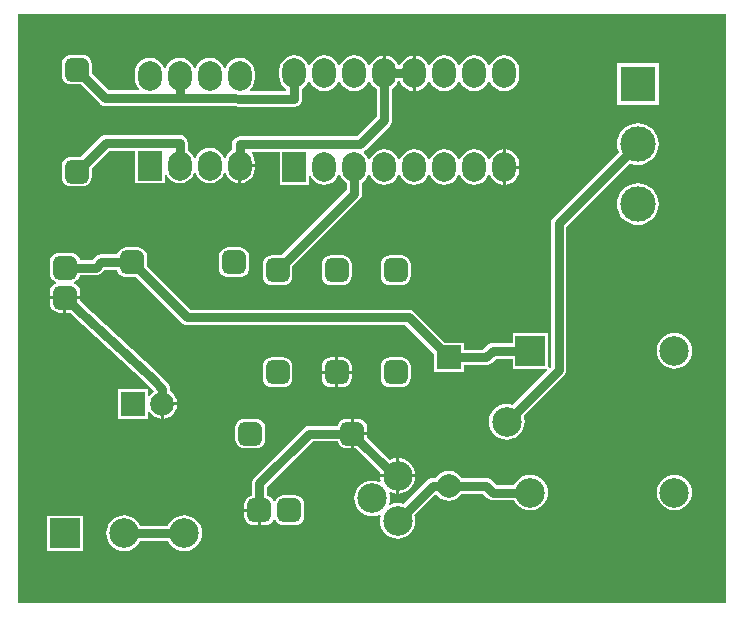
<source format=gbl>
G04*
G04 #@! TF.GenerationSoftware,Altium Limited,Altium Designer,20.1.11 (218)*
G04*
G04 Layer_Physical_Order=2*
G04 Layer_Color=16711680*
%FSLAX44Y44*%
%MOMM*%
G71*
G04*
G04 #@! TF.SameCoordinates,A3CC035F-AD98-4BC7-994B-CAE0B121EB55*
G04*
G04*
G04 #@! TF.FilePolarity,Positive*
G04*
G01*
G75*
%ADD10C,0.8000*%
%ADD11C,3.0000*%
%ADD12R,3.0000X3.0000*%
%ADD13R,2.5000X2.5000*%
%ADD14C,2.5000*%
%ADD15R,2.0000X2.5000*%
%ADD16O,2.0000X2.5000*%
%ADD17C,2.0000*%
%ADD18R,2.0000X2.0000*%
G04:AMPARAMS|DCode=19|XSize=2mm|YSize=2mm|CornerRadius=0.5mm|HoleSize=0mm|Usage=FLASHONLY|Rotation=0.000|XOffset=0mm|YOffset=0mm|HoleType=Round|Shape=RoundedRectangle|*
%AMROUNDEDRECTD19*
21,1,2.0000,1.0000,0,0,0.0*
21,1,1.0000,2.0000,0,0,0.0*
1,1,1.0000,0.5000,-0.5000*
1,1,1.0000,-0.5000,-0.5000*
1,1,1.0000,-0.5000,0.5000*
1,1,1.0000,0.5000,0.5000*
%
%ADD19ROUNDEDRECTD19*%
G04:AMPARAMS|DCode=20|XSize=2mm|YSize=2mm|CornerRadius=0.5mm|HoleSize=0mm|Usage=FLASHONLY|Rotation=90.000|XOffset=0mm|YOffset=0mm|HoleType=Round|Shape=RoundedRectangle|*
%AMROUNDEDRECTD20*
21,1,2.0000,1.0000,0,0,90.0*
21,1,1.0000,2.0000,0,0,90.0*
1,1,1.0000,0.5000,0.5000*
1,1,1.0000,0.5000,-0.5000*
1,1,1.0000,-0.5000,-0.5000*
1,1,1.0000,-0.5000,0.5000*
%
%ADD20ROUNDEDRECTD20*%
%ADD21R,2.5000X2.5000*%
%ADD22R,2.0000X2.0000*%
G36*
X600000Y1270D02*
X0Y1270D01*
Y500000D01*
X600000Y500000D01*
X600000Y1270D01*
D02*
G37*
%LPC*%
G36*
X412000Y465148D02*
X408727Y464717D01*
X405676Y463454D01*
X403056Y461444D01*
X401046Y458824D01*
X399987Y456268D01*
X398613D01*
X397554Y458824D01*
X395544Y461444D01*
X392924Y463454D01*
X389874Y464717D01*
X386600Y465148D01*
X383327Y464717D01*
X380276Y463454D01*
X377657Y461444D01*
X375647Y458824D01*
X374588Y456268D01*
X373213D01*
X372154Y458824D01*
X370144Y461444D01*
X367524Y463454D01*
X364474Y464717D01*
X361200Y465148D01*
X357927Y464717D01*
X354876Y463454D01*
X352257Y461444D01*
X350247Y458824D01*
X349188Y456268D01*
X347813D01*
X346754Y458824D01*
X344744Y461444D01*
X342124Y463454D01*
X339074Y464717D01*
X337070Y464981D01*
Y450000D01*
Y435019D01*
X339074Y435283D01*
X342124Y436546D01*
X344744Y438557D01*
X346754Y441176D01*
X347813Y443733D01*
X349188D01*
X350247Y441176D01*
X352257Y438557D01*
X354876Y436546D01*
X357927Y435283D01*
X361200Y434852D01*
X364474Y435283D01*
X367524Y436546D01*
X370144Y438557D01*
X372154Y441176D01*
X373213Y443733D01*
X374588D01*
X375647Y441176D01*
X377657Y438557D01*
X380276Y436546D01*
X383327Y435283D01*
X386600Y434852D01*
X389874Y435283D01*
X392924Y436546D01*
X395544Y438557D01*
X397554Y441176D01*
X398613Y443733D01*
X399987D01*
X401046Y441176D01*
X403056Y438557D01*
X405676Y436546D01*
X408727Y435283D01*
X412000Y434852D01*
X415274Y435283D01*
X418324Y436546D01*
X420944Y438557D01*
X422954Y441176D01*
X424217Y444226D01*
X424648Y447500D01*
Y452500D01*
X424217Y455774D01*
X422954Y458824D01*
X420944Y461444D01*
X418324Y463454D01*
X415274Y464717D01*
X412000Y465148D01*
D02*
G37*
G36*
X55000Y465785D02*
X45000D01*
X43032Y465526D01*
X41198Y464766D01*
X39623Y463557D01*
X38414Y461982D01*
X37655Y460148D01*
X37395Y458180D01*
Y448180D01*
X37655Y446211D01*
X38414Y444377D01*
X39623Y442802D01*
X41198Y441594D01*
X43032Y440834D01*
X45000Y440575D01*
X53277D01*
X69510Y424342D01*
X70876Y423293D01*
X72467Y422634D01*
X74174Y422410D01*
X137275D01*
X234149Y421660D01*
X234175Y421663D01*
X234200Y421660D01*
X235028Y421769D01*
X235858Y421871D01*
X235882Y421881D01*
X235907Y421884D01*
X236679Y422204D01*
X237454Y422518D01*
X237475Y422534D01*
X237498Y422543D01*
X238162Y423053D01*
X238828Y423556D01*
X238844Y423576D01*
X238865Y423592D01*
X239375Y424257D01*
X239887Y424914D01*
X239897Y424938D01*
X239913Y424958D01*
X240233Y425732D01*
X240558Y426500D01*
X240562Y426525D01*
X240572Y426549D01*
X240681Y427378D01*
X240796Y428205D01*
X240793Y428231D01*
X240797Y428256D01*
Y436755D01*
X243144Y438557D01*
X245154Y441176D01*
X246213Y443733D01*
X247588D01*
X248647Y441176D01*
X250657Y438557D01*
X253276Y436546D01*
X256327Y435283D01*
X259600Y434852D01*
X262874Y435283D01*
X265924Y436546D01*
X268544Y438557D01*
X270554Y441176D01*
X271613Y443733D01*
X272987D01*
X274046Y441176D01*
X276056Y438557D01*
X278676Y436546D01*
X281727Y435283D01*
X285000Y434852D01*
X288274Y435283D01*
X291324Y436546D01*
X293944Y438557D01*
X295954Y441176D01*
X297013Y443733D01*
X298388D01*
X299447Y441176D01*
X301457Y438557D01*
X303804Y436755D01*
Y412942D01*
X287348Y396486D01*
X188100D01*
X186393Y396262D01*
X184802Y395603D01*
X183436Y394554D01*
X182388Y393188D01*
X181728Y391597D01*
X181504Y389890D01*
Y385145D01*
X179157Y383344D01*
X177146Y380724D01*
X176087Y378168D01*
X174713D01*
X173654Y380724D01*
X171644Y383344D01*
X169024Y385354D01*
X165974Y386617D01*
X162700Y387048D01*
X159427Y386617D01*
X156376Y385354D01*
X153757Y383344D01*
X151747Y380724D01*
X150688Y378168D01*
X149313D01*
X148254Y380724D01*
X146244Y383344D01*
X143897Y385145D01*
Y391160D01*
X143672Y392867D01*
X143013Y394458D01*
X141965Y395824D01*
X140598Y396873D01*
X139008Y397532D01*
X137300Y397756D01*
X74341D01*
X72633Y397532D01*
X71042Y396873D01*
X69676Y395824D01*
X53277Y379425D01*
X45000D01*
X43032Y379166D01*
X41198Y378406D01*
X39623Y377197D01*
X38414Y375622D01*
X37655Y373788D01*
X37395Y371820D01*
Y361820D01*
X37655Y359851D01*
X38414Y358017D01*
X39623Y356442D01*
X41198Y355233D01*
X43032Y354474D01*
X45000Y354215D01*
X55000D01*
X56969Y354474D01*
X58803Y355233D01*
X60378Y356442D01*
X61587Y358017D01*
X62346Y359851D01*
X62606Y361820D01*
Y370096D01*
X77073Y384564D01*
X99360D01*
Y356860D01*
X124440D01*
Y364360D01*
X125710Y364612D01*
X126347Y363076D01*
X128357Y360457D01*
X130976Y358447D01*
X134027Y357183D01*
X137300Y356752D01*
X140574Y357183D01*
X143624Y358447D01*
X146244Y360457D01*
X148254Y363076D01*
X149313Y365633D01*
X150688D01*
X151747Y363076D01*
X153757Y360457D01*
X156376Y358447D01*
X159427Y357183D01*
X162700Y356752D01*
X165974Y357183D01*
X169024Y358447D01*
X171644Y360457D01*
X173654Y363076D01*
X174713Y365633D01*
X176087D01*
X177146Y363076D01*
X179157Y360457D01*
X181776Y358447D01*
X184827Y357183D01*
X186830Y356919D01*
Y371900D01*
X188100D01*
Y373170D01*
X200748D01*
Y374400D01*
X200317Y377674D01*
X199054Y380724D01*
X197956Y382155D01*
X198518Y383294D01*
X221660D01*
Y355560D01*
X246740D01*
Y363060D01*
X248010Y363312D01*
X248647Y361776D01*
X250657Y359157D01*
X253276Y357147D01*
X256327Y355883D01*
X259600Y355452D01*
X262874Y355883D01*
X265924Y357147D01*
X268544Y359157D01*
X270554Y361776D01*
X271613Y364333D01*
X272987D01*
X274046Y361776D01*
X276056Y359157D01*
X278404Y357355D01*
Y350913D01*
X223276Y295785D01*
X215000D01*
X213032Y295526D01*
X211197Y294766D01*
X209622Y293558D01*
X208414Y291983D01*
X207654Y290148D01*
X207395Y288180D01*
Y278180D01*
X207654Y276212D01*
X208414Y274377D01*
X209622Y272802D01*
X211197Y271594D01*
X213032Y270834D01*
X215000Y270575D01*
X225000D01*
X226968Y270834D01*
X228803Y271594D01*
X230378Y272802D01*
X231586Y274377D01*
X232346Y276212D01*
X232605Y278180D01*
Y286456D01*
X289665Y343516D01*
X290713Y344882D01*
X291372Y346473D01*
X291597Y348180D01*
Y357355D01*
X293944Y359157D01*
X295954Y361776D01*
X297013Y364333D01*
X298388D01*
X299447Y361776D01*
X301457Y359157D01*
X304076Y357147D01*
X307127Y355883D01*
X310400Y355452D01*
X313674Y355883D01*
X316724Y357147D01*
X319344Y359157D01*
X321354Y361776D01*
X322413Y364333D01*
X323787D01*
X324846Y361776D01*
X326856Y359157D01*
X329476Y357147D01*
X332527Y355883D01*
X335800Y355452D01*
X339074Y355883D01*
X342124Y357147D01*
X344744Y359157D01*
X346754Y361776D01*
X347813Y364333D01*
X349188D01*
X350247Y361776D01*
X352257Y359157D01*
X354876Y357147D01*
X357927Y355883D01*
X361200Y355452D01*
X364474Y355883D01*
X367524Y357147D01*
X370144Y359157D01*
X372154Y361776D01*
X373213Y364333D01*
X374588D01*
X375647Y361776D01*
X377657Y359157D01*
X380276Y357147D01*
X383327Y355883D01*
X386600Y355452D01*
X389874Y355883D01*
X392924Y357147D01*
X395544Y359157D01*
X397554Y361776D01*
X398613Y364333D01*
X399987D01*
X401046Y361776D01*
X403056Y359157D01*
X405676Y357147D01*
X408727Y355883D01*
X410730Y355619D01*
Y370600D01*
Y385581D01*
X408727Y385317D01*
X405676Y384054D01*
X403056Y382044D01*
X401046Y379424D01*
X399987Y376868D01*
X398613D01*
X397554Y379424D01*
X395544Y382044D01*
X392924Y384054D01*
X389874Y385317D01*
X386600Y385748D01*
X383327Y385317D01*
X380276Y384054D01*
X377657Y382044D01*
X375647Y379424D01*
X374588Y376868D01*
X373213D01*
X372154Y379424D01*
X370144Y382044D01*
X367524Y384054D01*
X364474Y385317D01*
X361200Y385748D01*
X357927Y385317D01*
X354876Y384054D01*
X352257Y382044D01*
X350247Y379424D01*
X349188Y376868D01*
X347813D01*
X346754Y379424D01*
X344744Y382044D01*
X342124Y384054D01*
X339074Y385317D01*
X335800Y385748D01*
X332527Y385317D01*
X329476Y384054D01*
X326856Y382044D01*
X324846Y379424D01*
X323787Y376868D01*
X322413D01*
X321354Y379424D01*
X319344Y382044D01*
X316724Y384054D01*
X313674Y385317D01*
X310400Y385748D01*
X307127Y385317D01*
X304076Y384054D01*
X301457Y382044D01*
X299447Y379424D01*
X298388Y376868D01*
X297013D01*
X295954Y379424D01*
X293944Y382044D01*
X292948Y382808D01*
X293113Y384067D01*
X293378Y384177D01*
X294745Y385226D01*
X315065Y405546D01*
X316113Y406912D01*
X316772Y408503D01*
X316997Y410210D01*
Y436755D01*
X319344Y438557D01*
X321354Y441176D01*
X322277Y443404D01*
X323924D01*
X324846Y441176D01*
X326856Y438557D01*
X329476Y436546D01*
X332527Y435283D01*
X334530Y435019D01*
Y450000D01*
Y464981D01*
X332527Y464717D01*
X329476Y463454D01*
X326856Y461444D01*
X324846Y458824D01*
X323924Y456596D01*
X322277D01*
X321354Y458824D01*
X319344Y461444D01*
X316724Y463454D01*
X313674Y464717D01*
X311670Y464981D01*
Y450000D01*
X309130D01*
Y464981D01*
X307127Y464717D01*
X304076Y463454D01*
X301457Y461444D01*
X299447Y458824D01*
X298388Y456268D01*
X297013D01*
X295954Y458824D01*
X293944Y461444D01*
X291324Y463454D01*
X288274Y464717D01*
X285000Y465148D01*
X281727Y464717D01*
X278676Y463454D01*
X276056Y461444D01*
X274046Y458824D01*
X272987Y456268D01*
X271613D01*
X270554Y458824D01*
X268544Y461444D01*
X265924Y463454D01*
X262874Y464717D01*
X259600Y465148D01*
X256327Y464717D01*
X253276Y463454D01*
X250657Y461444D01*
X248647Y458824D01*
X247588Y456268D01*
X246213D01*
X245154Y458824D01*
X243144Y461444D01*
X240524Y463454D01*
X237474Y464717D01*
X234200Y465148D01*
X230927Y464717D01*
X227876Y463454D01*
X225257Y461444D01*
X223246Y458824D01*
X221983Y455774D01*
X221552Y452500D01*
Y447500D01*
X221983Y444226D01*
X223246Y441176D01*
X225257Y438557D01*
X227334Y436963D01*
X227381Y435898D01*
X226418Y434913D01*
X197041Y435140D01*
X196637Y436344D01*
X197044Y436657D01*
X199054Y439276D01*
X200317Y442327D01*
X200748Y445600D01*
Y450600D01*
X200317Y453874D01*
X199054Y456924D01*
X197044Y459544D01*
X194424Y461554D01*
X191374Y462817D01*
X188100Y463248D01*
X184827Y462817D01*
X181776Y461554D01*
X179157Y459544D01*
X177146Y456924D01*
X176087Y454368D01*
X174713D01*
X173654Y456924D01*
X171644Y459544D01*
X169024Y461554D01*
X165974Y462817D01*
X162700Y463248D01*
X159427Y462817D01*
X156376Y461554D01*
X153757Y459544D01*
X151747Y456924D01*
X150688Y454368D01*
X149313D01*
X148254Y456924D01*
X146244Y459544D01*
X143624Y461554D01*
X140574Y462817D01*
X137300Y463248D01*
X134027Y462817D01*
X130976Y461554D01*
X128357Y459544D01*
X126347Y456924D01*
X125288Y454368D01*
X123913D01*
X122854Y456924D01*
X120844Y459544D01*
X118224Y461554D01*
X115174Y462817D01*
X111900Y463248D01*
X108627Y462817D01*
X105576Y461554D01*
X102957Y459544D01*
X100947Y456924D01*
X99683Y453874D01*
X99252Y450600D01*
Y445600D01*
X99683Y442327D01*
X100947Y439276D01*
X102791Y436872D01*
X102436Y435602D01*
X76906D01*
X62606Y449903D01*
Y458180D01*
X62346Y460148D01*
X61587Y461982D01*
X60378Y463557D01*
X58803Y464766D01*
X56969Y465526D01*
X55000Y465785D01*
D02*
G37*
G36*
X542540Y458340D02*
X507460D01*
Y423260D01*
X542540D01*
Y458340D01*
D02*
G37*
G36*
X525000Y407625D02*
X521562Y407286D01*
X518256Y406283D01*
X515208Y404655D01*
X512538Y402463D01*
X510346Y399792D01*
X508717Y396745D01*
X507714Y393439D01*
X507375Y390000D01*
X507714Y386562D01*
X508717Y383256D01*
X508790Y383119D01*
X453298Y327626D01*
X452249Y326260D01*
X451590Y324669D01*
X451366Y322962D01*
Y201694D01*
X450310Y200639D01*
X449040Y201165D01*
Y230040D01*
X418960D01*
Y221596D01*
X402114D01*
X400407Y221371D01*
X398816Y220713D01*
X397450Y219664D01*
X393762Y215976D01*
X377540D01*
Y221920D01*
X361789D01*
X335712Y247996D01*
X334346Y249045D01*
X332755Y249704D01*
X331048Y249928D01*
X146220D01*
X109425Y286724D01*
Y295000D01*
X109166Y296968D01*
X108406Y298803D01*
X107197Y300378D01*
X105622Y301586D01*
X103788Y302346D01*
X101820Y302605D01*
X91820D01*
X89851Y302346D01*
X88017Y301586D01*
X86442Y300378D01*
X85233Y298803D01*
X84474Y296968D01*
X84425Y296596D01*
X70640D01*
X68933Y296372D01*
X67342Y295713D01*
X65976Y294664D01*
X63308Y291996D01*
X52395D01*
X52346Y292368D01*
X51586Y294202D01*
X50377Y295778D01*
X48802Y296986D01*
X46968Y297746D01*
X45000Y298005D01*
X35000D01*
X33032Y297746D01*
X31197Y296986D01*
X29622Y295778D01*
X28414Y294202D01*
X27654Y292368D01*
X27395Y290400D01*
Y280400D01*
X27654Y278432D01*
X28414Y276597D01*
X29622Y275022D01*
X31197Y273814D01*
X32227Y273387D01*
Y272013D01*
X31197Y271586D01*
X29622Y270378D01*
X28414Y268803D01*
X27654Y266968D01*
X27395Y265000D01*
Y261270D01*
X40000D01*
X52605D01*
Y265000D01*
X52346Y266968D01*
X51586Y268803D01*
X50377Y270378D01*
X48802Y271586D01*
X47773Y272013D01*
Y273387D01*
X48802Y273814D01*
X50377Y275022D01*
X51586Y276597D01*
X52346Y278432D01*
X52395Y278804D01*
X66040D01*
X67747Y279028D01*
X69338Y279687D01*
X70704Y280736D01*
X73372Y283403D01*
X84425D01*
X84474Y283032D01*
X85233Y281197D01*
X86442Y279622D01*
X88017Y278414D01*
X89851Y277654D01*
X91820Y277395D01*
X100096D01*
X138823Y238668D01*
X140189Y237619D01*
X141780Y236960D01*
X143488Y236736D01*
X328316D01*
X352460Y212591D01*
Y196840D01*
X377540D01*
Y202783D01*
X396494D01*
X398201Y203008D01*
X399792Y203667D01*
X401158Y204715D01*
X404846Y208403D01*
X418960D01*
Y199960D01*
X447835D01*
X448361Y198690D01*
X418901Y169230D01*
X416949Y169822D01*
X414000Y170113D01*
X411052Y169822D01*
X408217Y168962D01*
X405604Y167566D01*
X403314Y165686D01*
X401434Y163396D01*
X400038Y160783D01*
X399178Y157948D01*
X398887Y155000D01*
X399178Y152052D01*
X400038Y149216D01*
X401434Y146604D01*
X403314Y144314D01*
X405604Y142434D01*
X408217Y141038D01*
X411052Y140178D01*
X414000Y139887D01*
X416949Y140178D01*
X419784Y141038D01*
X422396Y142434D01*
X424687Y144314D01*
X426566Y146604D01*
X427963Y149216D01*
X428823Y152052D01*
X429113Y155000D01*
X428823Y157948D01*
X428230Y159901D01*
X462626Y194297D01*
X463675Y195664D01*
X464334Y197255D01*
X464558Y198962D01*
Y320230D01*
X518119Y373790D01*
X518256Y373717D01*
X521562Y372714D01*
X525000Y372375D01*
X528439Y372714D01*
X531745Y373717D01*
X534792Y375346D01*
X537463Y377538D01*
X539655Y380208D01*
X541283Y383256D01*
X542286Y386562D01*
X542625Y390000D01*
X542286Y393439D01*
X541283Y396745D01*
X539655Y399792D01*
X537463Y402463D01*
X534792Y404655D01*
X531745Y406283D01*
X528439Y407286D01*
X525000Y407625D01*
D02*
G37*
G36*
X413270Y385581D02*
Y371870D01*
X424648D01*
Y373100D01*
X424217Y376374D01*
X422954Y379424D01*
X420944Y382044D01*
X418324Y384054D01*
X415274Y385317D01*
X413270Y385581D01*
D02*
G37*
G36*
X200748Y370630D02*
X189370D01*
Y356919D01*
X191374Y357183D01*
X194424Y358447D01*
X197044Y360457D01*
X199054Y363076D01*
X200317Y366127D01*
X200748Y369400D01*
Y370630D01*
D02*
G37*
G36*
X424648Y369330D02*
X413270D01*
Y355619D01*
X415274Y355883D01*
X418324Y357147D01*
X420944Y359157D01*
X422954Y361776D01*
X424217Y364827D01*
X424648Y368100D01*
Y369330D01*
D02*
G37*
G36*
X525000Y356825D02*
X521562Y356486D01*
X518256Y355484D01*
X515208Y353855D01*
X512538Y351663D01*
X510346Y348992D01*
X508717Y345945D01*
X507714Y342639D01*
X507375Y339200D01*
X507714Y335762D01*
X508717Y332455D01*
X510346Y329408D01*
X512538Y326738D01*
X515208Y324546D01*
X518256Y322917D01*
X521562Y321914D01*
X525000Y321575D01*
X528439Y321914D01*
X531745Y322917D01*
X534792Y324546D01*
X537463Y326738D01*
X539655Y329408D01*
X541283Y332455D01*
X542286Y335762D01*
X542625Y339200D01*
X542286Y342639D01*
X541283Y345945D01*
X539655Y348992D01*
X537463Y351663D01*
X534792Y353855D01*
X531745Y355484D01*
X528439Y356486D01*
X525000Y356825D01*
D02*
G37*
G36*
X188180Y302605D02*
X178180D01*
X176211Y302346D01*
X174377Y301586D01*
X172802Y300378D01*
X171593Y298803D01*
X170834Y296968D01*
X170575Y295000D01*
Y285000D01*
X170834Y283032D01*
X171593Y281197D01*
X172802Y279622D01*
X174377Y278414D01*
X176211Y277654D01*
X178180Y277395D01*
X188180D01*
X190148Y277654D01*
X191982Y278414D01*
X193557Y279622D01*
X194766Y281197D01*
X195526Y283032D01*
X195785Y285000D01*
Y295000D01*
X195526Y296968D01*
X194766Y298803D01*
X193557Y300378D01*
X191982Y301586D01*
X190148Y302346D01*
X188180Y302605D01*
D02*
G37*
G36*
X325000Y295785D02*
X315000D01*
X313032Y295526D01*
X311197Y294766D01*
X309622Y293558D01*
X308414Y291983D01*
X307654Y290148D01*
X307395Y288180D01*
Y278180D01*
X307654Y276212D01*
X308414Y274377D01*
X309622Y272802D01*
X311197Y271594D01*
X313032Y270834D01*
X315000Y270575D01*
X325000D01*
X326968Y270834D01*
X328802Y271594D01*
X330378Y272802D01*
X331586Y274377D01*
X332346Y276212D01*
X332605Y278180D01*
Y288180D01*
X332346Y290148D01*
X331586Y291983D01*
X330378Y293558D01*
X328802Y294766D01*
X326968Y295526D01*
X325000Y295785D01*
D02*
G37*
G36*
X275000D02*
X265000D01*
X263032Y295526D01*
X261197Y294766D01*
X259622Y293558D01*
X258414Y291983D01*
X257654Y290148D01*
X257395Y288180D01*
Y278180D01*
X257654Y276212D01*
X258414Y274377D01*
X259622Y272802D01*
X261197Y271594D01*
X263032Y270834D01*
X265000Y270575D01*
X275000D01*
X276968Y270834D01*
X278803Y271594D01*
X280378Y272802D01*
X281586Y274377D01*
X282346Y276212D01*
X282605Y278180D01*
Y288180D01*
X282346Y290148D01*
X281586Y291983D01*
X280378Y293558D01*
X278803Y294766D01*
X276968Y295526D01*
X275000Y295785D01*
D02*
G37*
G36*
X38730Y258730D02*
X27395D01*
Y255000D01*
X27654Y253032D01*
X28414Y251197D01*
X29622Y249622D01*
X31197Y248414D01*
X33032Y247654D01*
X35000Y247395D01*
X38730D01*
Y258730D01*
D02*
G37*
G36*
X556000Y230113D02*
X553051Y229822D01*
X550216Y228962D01*
X547604Y227566D01*
X545314Y225686D01*
X543434Y223396D01*
X542038Y220783D01*
X541177Y217948D01*
X540887Y215000D01*
X541177Y212052D01*
X542038Y209216D01*
X543434Y206604D01*
X545314Y204314D01*
X547604Y202434D01*
X550216Y201037D01*
X553051Y200177D01*
X556000Y199887D01*
X558948Y200177D01*
X561783Y201037D01*
X564396Y202434D01*
X566686Y204314D01*
X568566Y206604D01*
X569962Y209216D01*
X570822Y212052D01*
X571113Y215000D01*
X570822Y217948D01*
X569962Y220783D01*
X568566Y223396D01*
X566686Y225686D01*
X564396Y227566D01*
X561783Y228962D01*
X558948Y229822D01*
X556000Y230113D01*
D02*
G37*
G36*
X275000Y209425D02*
X271270D01*
Y198090D01*
X282605D01*
Y201820D01*
X282346Y203788D01*
X281586Y205623D01*
X280378Y207198D01*
X278803Y208406D01*
X276968Y209166D01*
X275000Y209425D01*
D02*
G37*
G36*
X268730D02*
X265000D01*
X263032Y209166D01*
X261197Y208406D01*
X259622Y207198D01*
X258414Y205623D01*
X257654Y203788D01*
X257395Y201820D01*
Y198090D01*
X268730D01*
Y209425D01*
D02*
G37*
G36*
X325000D02*
X315000D01*
X313032Y209166D01*
X311197Y208406D01*
X309622Y207198D01*
X308414Y205623D01*
X307654Y203788D01*
X307395Y201820D01*
Y191820D01*
X307654Y189852D01*
X308414Y188018D01*
X309622Y186442D01*
X311197Y185234D01*
X313032Y184474D01*
X315000Y184215D01*
X325000D01*
X326968Y184474D01*
X328802Y185234D01*
X330378Y186442D01*
X331586Y188018D01*
X332346Y189852D01*
X332605Y191820D01*
Y201820D01*
X332346Y203788D01*
X331586Y205623D01*
X330378Y207198D01*
X328802Y208406D01*
X326968Y209166D01*
X325000Y209425D01*
D02*
G37*
G36*
X282605Y195550D02*
X271270D01*
Y184215D01*
X275000D01*
X276968Y184474D01*
X278803Y185234D01*
X280378Y186442D01*
X281586Y188018D01*
X282346Y189852D01*
X282605Y191820D01*
Y195550D01*
D02*
G37*
G36*
X268730D02*
X257395D01*
Y191820D01*
X257654Y189852D01*
X258414Y188018D01*
X259622Y186442D01*
X261197Y185234D01*
X263032Y184474D01*
X265000Y184215D01*
X268730D01*
Y195550D01*
D02*
G37*
G36*
X225000Y209425D02*
X215000D01*
X213032Y209166D01*
X211197Y208406D01*
X209622Y207198D01*
X208414Y205623D01*
X207654Y203788D01*
X207395Y201820D01*
Y191820D01*
X207654Y189852D01*
X208414Y188018D01*
X209622Y186442D01*
X211197Y185234D01*
X213032Y184474D01*
X215000Y184215D01*
X225000D01*
X226968Y184474D01*
X228803Y185234D01*
X230378Y186442D01*
X231586Y188018D01*
X232346Y189852D01*
X232605Y191820D01*
Y201820D01*
X232346Y203788D01*
X231586Y205623D01*
X230378Y207198D01*
X228803Y208406D01*
X226968Y209166D01*
X225000Y209425D01*
D02*
G37*
G36*
X52605Y258730D02*
X41270D01*
Y247395D01*
X43911D01*
X109726Y186507D01*
X114988Y181246D01*
X114905Y179978D01*
X113556Y178944D01*
X111546Y176324D01*
X111310Y175753D01*
X110040Y176006D01*
Y182540D01*
X84960D01*
Y157460D01*
X110040D01*
Y163995D01*
X111310Y164247D01*
X111546Y163676D01*
X113556Y161056D01*
X116176Y159046D01*
X119227Y157783D01*
X121230Y157519D01*
Y170000D01*
X122500D01*
Y171270D01*
X134981D01*
X134717Y173274D01*
X133454Y176324D01*
X131444Y178944D01*
X129097Y180745D01*
Y183062D01*
X128872Y184769D01*
X128213Y186360D01*
X127164Y187726D01*
X118964Y195926D01*
X118862Y196005D01*
X118780Y196104D01*
X52605Y257325D01*
Y258730D01*
D02*
G37*
G36*
X134981Y168730D02*
X123770D01*
Y157519D01*
X125774Y157783D01*
X128824Y159046D01*
X131444Y161056D01*
X133454Y163676D01*
X134717Y166727D01*
X134981Y168730D01*
D02*
G37*
G36*
X288180Y157605D02*
X284450D01*
Y146270D01*
X295785D01*
Y150000D01*
X295526Y151968D01*
X294766Y153802D01*
X293558Y155378D01*
X291983Y156586D01*
X290148Y157346D01*
X288180Y157605D01*
D02*
G37*
G36*
X281910D02*
X278180D01*
X276212Y157346D01*
X274377Y156586D01*
X272802Y155378D01*
X271594Y153802D01*
X270834Y151968D01*
X270785Y151596D01*
X246854D01*
X245147Y151372D01*
X243556Y150713D01*
X242190Y149664D01*
X199936Y107410D01*
X198887Y106044D01*
X198228Y104453D01*
X198004Y102746D01*
Y92395D01*
X197632Y92346D01*
X195798Y91586D01*
X194222Y90377D01*
X193014Y88802D01*
X192254Y86968D01*
X191995Y85000D01*
Y81270D01*
X204600D01*
Y80000D01*
X205870D01*
Y67395D01*
X209600D01*
X211568Y67654D01*
X213403Y68414D01*
X214978Y69622D01*
X216186Y71197D01*
X216613Y72227D01*
X217987D01*
X218414Y71197D01*
X219622Y69622D01*
X221197Y68414D01*
X223032Y67654D01*
X225000Y67395D01*
X235000D01*
X236968Y67654D01*
X238803Y68414D01*
X240378Y69622D01*
X241586Y71197D01*
X242346Y73032D01*
X242605Y75000D01*
Y85000D01*
X242346Y86968D01*
X241586Y88802D01*
X240378Y90377D01*
X238803Y91586D01*
X236968Y92346D01*
X235000Y92605D01*
X225000D01*
X223032Y92346D01*
X221197Y91586D01*
X219622Y90377D01*
X218414Y88802D01*
X217987Y87773D01*
X216613D01*
X216186Y88802D01*
X214978Y90377D01*
X213403Y91586D01*
X211568Y92346D01*
X211196Y92395D01*
Y100014D01*
X249586Y138404D01*
X270785D01*
X270834Y138032D01*
X271594Y136197D01*
X272802Y134622D01*
X274377Y133414D01*
X276212Y132654D01*
X278180Y132395D01*
X281910D01*
Y145000D01*
Y157605D01*
D02*
G37*
G36*
X201820D02*
X191820D01*
X189852Y157346D01*
X188018Y156586D01*
X186442Y155378D01*
X185234Y153802D01*
X184474Y151968D01*
X184215Y150000D01*
Y140000D01*
X184474Y138032D01*
X185234Y136197D01*
X186442Y134622D01*
X188018Y133414D01*
X189852Y132654D01*
X191820Y132395D01*
X201820D01*
X203788Y132654D01*
X205623Y133414D01*
X207198Y134622D01*
X208406Y136197D01*
X209166Y138032D01*
X209425Y140000D01*
Y150000D01*
X209166Y151968D01*
X208406Y153802D01*
X207198Y155378D01*
X205623Y156586D01*
X203788Y157346D01*
X201820Y157605D01*
D02*
G37*
G36*
X322860Y124038D02*
Y110320D01*
X336578D01*
X336412Y111998D01*
X335552Y114833D01*
X334156Y117446D01*
X332276Y119736D01*
X329986Y121616D01*
X327373Y123012D01*
X324538Y123872D01*
X322860Y124038D01*
D02*
G37*
G36*
X295785Y143730D02*
X284450D01*
Y132395D01*
X286456D01*
X306787Y112064D01*
X306768Y111998D01*
X306602Y110320D01*
X320320D01*
Y124038D01*
X318642Y123872D01*
X315807Y123012D01*
X314953Y122556D01*
X295785Y141724D01*
Y143730D01*
D02*
G37*
G36*
X336578Y107780D02*
X322860D01*
Y94062D01*
X324538Y94227D01*
X327373Y95087D01*
X329986Y96484D01*
X332276Y98364D01*
X334156Y100654D01*
X335552Y103266D01*
X336412Y106102D01*
X336578Y107780D01*
D02*
G37*
G36*
X365000Y113268D02*
X361726Y112837D01*
X358676Y111573D01*
X356056Y109563D01*
X354255Y107216D01*
X351260D01*
X349552Y106991D01*
X347961Y106332D01*
X346595Y105284D01*
X326491Y85180D01*
X324538Y85772D01*
X321590Y86063D01*
X318642Y85772D01*
X315807Y84912D01*
X315441Y84717D01*
X314379Y85589D01*
X314822Y87051D01*
X315113Y90000D01*
X314822Y92948D01*
X314379Y94411D01*
X315441Y95283D01*
X315807Y95087D01*
X318642Y94227D01*
X320320Y94062D01*
Y107780D01*
X306602D01*
X306768Y106102D01*
X307211Y104639D01*
X306148Y103767D01*
X305783Y103962D01*
X302948Y104822D01*
X300000Y105113D01*
X297052Y104822D01*
X294216Y103962D01*
X291604Y102566D01*
X289314Y100686D01*
X287434Y98396D01*
X286038Y95783D01*
X285177Y92948D01*
X284887Y90000D01*
X285177Y87051D01*
X286038Y84216D01*
X287434Y81604D01*
X289314Y79314D01*
X291604Y77434D01*
X294216Y76037D01*
X297052Y75177D01*
X300000Y74887D01*
X302948Y75177D01*
X305783Y76037D01*
X306148Y76233D01*
X307211Y75361D01*
X306768Y73898D01*
X306477Y70950D01*
X306768Y68001D01*
X307628Y65166D01*
X309024Y62554D01*
X310904Y60264D01*
X313194Y58384D01*
X315807Y56987D01*
X318642Y56127D01*
X321590Y55837D01*
X324538Y56127D01*
X327373Y56987D01*
X329986Y58384D01*
X332276Y60264D01*
X334156Y62554D01*
X335552Y65166D01*
X336412Y68001D01*
X336703Y70950D01*
X336412Y73898D01*
X335820Y75851D01*
X353242Y93273D01*
X354909Y93171D01*
X356056Y91676D01*
X358676Y89666D01*
X361726Y88402D01*
X365000Y87971D01*
X368274Y88402D01*
X371324Y89666D01*
X373944Y91676D01*
X375745Y94023D01*
X393762D01*
X397450Y90335D01*
X398816Y89287D01*
X400407Y88628D01*
X402114Y88403D01*
X420472D01*
X421434Y86603D01*
X423314Y84313D01*
X425604Y82434D01*
X428217Y81037D01*
X431052Y80177D01*
X434000Y79887D01*
X436949Y80177D01*
X439784Y81037D01*
X442396Y82434D01*
X444687Y84313D01*
X446566Y86603D01*
X447962Y89216D01*
X448823Y92051D01*
X449113Y95000D01*
X448823Y97948D01*
X447962Y100783D01*
X446566Y103396D01*
X444687Y105686D01*
X442396Y107565D01*
X439784Y108962D01*
X436949Y109822D01*
X434000Y110112D01*
X431052Y109822D01*
X428217Y108962D01*
X425604Y107565D01*
X423314Y105686D01*
X421434Y103396D01*
X420472Y101596D01*
X404846D01*
X401158Y105284D01*
X399792Y106332D01*
X398201Y106991D01*
X396494Y107216D01*
X375745D01*
X373944Y109563D01*
X371324Y111573D01*
X368274Y112837D01*
X365000Y113268D01*
D02*
G37*
G36*
X556000Y110112D02*
X553051Y109822D01*
X550216Y108962D01*
X547604Y107565D01*
X545314Y105686D01*
X543434Y103396D01*
X542038Y100783D01*
X541177Y97948D01*
X540887Y95000D01*
X541177Y92051D01*
X542038Y89216D01*
X543434Y86603D01*
X545314Y84313D01*
X547604Y82434D01*
X550216Y81037D01*
X553051Y80177D01*
X556000Y79887D01*
X558948Y80177D01*
X561783Y81037D01*
X564396Y82434D01*
X566686Y84313D01*
X568566Y86603D01*
X569962Y89216D01*
X570822Y92051D01*
X571113Y95000D01*
X570822Y97948D01*
X569962Y100783D01*
X568566Y103396D01*
X566686Y105686D01*
X564396Y107565D01*
X561783Y108962D01*
X558948Y109822D01*
X556000Y110112D01*
D02*
G37*
G36*
X203330Y78730D02*
X191995D01*
Y75000D01*
X192254Y73032D01*
X193014Y71197D01*
X194222Y69622D01*
X195798Y68414D01*
X197632Y67654D01*
X199600Y67395D01*
X203330D01*
Y78730D01*
D02*
G37*
G36*
X140800Y75613D02*
X137852Y75322D01*
X135017Y74462D01*
X132404Y73066D01*
X130114Y71186D01*
X128235Y68896D01*
X127273Y67096D01*
X103528D01*
X102566Y68896D01*
X100687Y71186D01*
X98397Y73066D01*
X95784Y74462D01*
X92949Y75322D01*
X90000Y75613D01*
X87052Y75322D01*
X84217Y74462D01*
X81604Y73066D01*
X79314Y71186D01*
X77435Y68896D01*
X76038Y66283D01*
X75178Y63448D01*
X74888Y60500D01*
X75178Y57551D01*
X76038Y54716D01*
X77435Y52104D01*
X79314Y49813D01*
X81604Y47934D01*
X84217Y46537D01*
X87052Y45677D01*
X90000Y45387D01*
X92949Y45677D01*
X95784Y46537D01*
X98397Y47934D01*
X100687Y49813D01*
X102566Y52104D01*
X103528Y53903D01*
X127273D01*
X128235Y52104D01*
X130114Y49813D01*
X132404Y47934D01*
X135017Y46537D01*
X137852Y45677D01*
X140800Y45387D01*
X143749Y45677D01*
X146584Y46537D01*
X149197Y47934D01*
X151487Y49813D01*
X153366Y52104D01*
X154763Y54716D01*
X155623Y57551D01*
X155913Y60500D01*
X155623Y63448D01*
X154763Y66283D01*
X153366Y68896D01*
X151487Y71186D01*
X149197Y73066D01*
X146584Y74462D01*
X143749Y75322D01*
X140800Y75613D01*
D02*
G37*
G36*
X55040Y75540D02*
X24960D01*
Y45460D01*
X55040D01*
Y75540D01*
D02*
G37*
%LPD*%
D10*
X137300Y429006D02*
X234200Y428256D01*
Y450000D01*
X96820Y290000D02*
X143488Y243332D01*
X331048D01*
X365000Y209380D01*
X351260Y100620D02*
X365000D01*
X321590Y70950D02*
X351260Y100620D01*
X122500Y170000D02*
Y183062D01*
X114300Y191262D02*
X122500Y183062D01*
X40000Y260000D02*
X114300Y191262D01*
X246854Y145000D02*
X283180D01*
X204600Y102746D02*
X246854Y145000D01*
X204600Y80000D02*
Y102746D01*
X319130Y109050D02*
X321590D01*
X283180Y145000D02*
X319130Y109050D01*
X137300Y371900D02*
Y391160D01*
X74341D02*
X137300D01*
X50000Y366820D02*
X74341Y391160D01*
X457962Y322962D02*
X525000Y390000D01*
X457962Y198962D02*
Y322962D01*
X414000Y155000D02*
X457962Y198962D01*
X285000Y348180D02*
Y370600D01*
X220000Y283180D02*
X285000Y348180D01*
X188100Y371900D02*
Y389890D01*
X290080D01*
X310400Y410210D01*
Y450000D01*
X137300Y429006D02*
Y448100D01*
X74174Y429006D02*
X137300D01*
X50000Y453180D02*
X74174Y429006D01*
X402114Y215000D02*
X434000D01*
X396494Y209380D02*
X402114Y215000D01*
X365000Y209380D02*
X396494D01*
X70640Y290000D02*
X96820D01*
X66040Y285400D02*
X70640Y290000D01*
X40000Y285400D02*
X66040D01*
X402114Y95000D02*
X434000D01*
X396494Y100620D02*
X402114Y95000D01*
X365000Y100620D02*
X396494D01*
X310400Y450000D02*
X335800D01*
X90000Y60500D02*
X140800D01*
D11*
X525000Y339200D02*
D03*
Y390000D02*
D03*
D12*
Y440800D02*
D03*
D13*
X40000Y60500D02*
D03*
D14*
X90000D02*
D03*
X140800D02*
D03*
X300000Y90000D02*
D03*
X321590Y70950D02*
D03*
Y109050D02*
D03*
X556000Y215000D02*
D03*
Y95000D02*
D03*
X434000D02*
D03*
X414000Y155000D02*
D03*
D15*
X234200Y370600D02*
D03*
X111900Y371900D02*
D03*
D16*
X259600Y370600D02*
D03*
X285000D02*
D03*
X310400D02*
D03*
X335800D02*
D03*
X361200D02*
D03*
X386600D02*
D03*
X412000D02*
D03*
Y450000D02*
D03*
X386600D02*
D03*
X361200D02*
D03*
X335800D02*
D03*
X310400D02*
D03*
X285000D02*
D03*
X259600D02*
D03*
X234200D02*
D03*
X137300Y371900D02*
D03*
X162700D02*
D03*
X188100D02*
D03*
X111900Y448100D02*
D03*
X137300D02*
D03*
X162700D02*
D03*
X188100D02*
D03*
D17*
X122500Y170000D02*
D03*
X365000Y100620D02*
D03*
D18*
X97500Y170000D02*
D03*
D19*
X283180Y145000D02*
D03*
X196820D02*
D03*
X183180Y290000D02*
D03*
X96820D02*
D03*
X230000Y80000D02*
D03*
X204600D02*
D03*
D20*
X270000Y196820D02*
D03*
Y283180D02*
D03*
X220000Y196820D02*
D03*
Y283180D02*
D03*
X320000D02*
D03*
Y196820D02*
D03*
X50000Y366820D02*
D03*
Y453180D02*
D03*
X40000Y285400D02*
D03*
Y260000D02*
D03*
D21*
X434000Y215000D02*
D03*
D22*
X365000Y209380D02*
D03*
M02*

</source>
